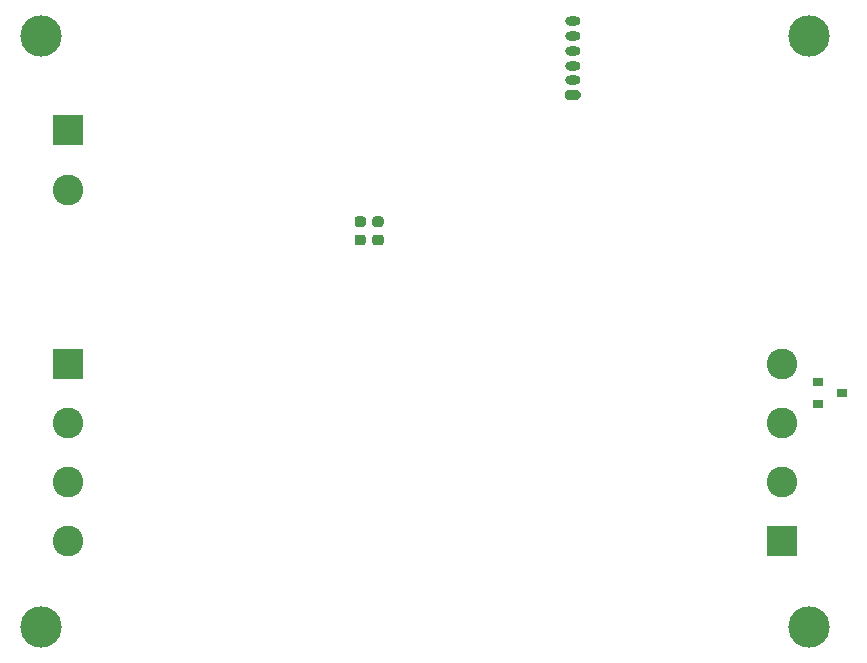
<source format=gbr>
%TF.GenerationSoftware,KiCad,Pcbnew,5.1.10-88a1d61d58~88~ubuntu20.04.1*%
%TF.CreationDate,2021-05-12T17:30:15+02:00*%
%TF.ProjectId,halfVoltageMosfetBoard,68616c66-566f-46c7-9461-67654d6f7366,rev?*%
%TF.SameCoordinates,Original*%
%TF.FileFunction,Soldermask,Bot*%
%TF.FilePolarity,Negative*%
%FSLAX46Y46*%
G04 Gerber Fmt 4.6, Leading zero omitted, Abs format (unit mm)*
G04 Created by KiCad (PCBNEW 5.1.10-88a1d61d58~88~ubuntu20.04.1) date 2021-05-12 17:30:15*
%MOMM*%
%LPD*%
G01*
G04 APERTURE LIST*
%ADD10R,2.600000X2.600000*%
%ADD11C,2.600000*%
%ADD12R,0.900000X0.800000*%
%ADD13C,3.500000*%
%ADD14O,1.300000X0.800000*%
G04 APERTURE END LIST*
D10*
%TO.C,J2*%
X195750000Y-132000000D03*
D11*
X195750000Y-127000000D03*
X195750000Y-122000000D03*
X195750000Y-117000000D03*
%TD*%
D12*
%TO.C,D3*%
X200750000Y-119500000D03*
X198750000Y-118550000D03*
X198750000Y-120450000D03*
%TD*%
D13*
%TO.C,H1*%
X198000000Y-139250000D03*
%TD*%
%TO.C,H2*%
X198000000Y-89250000D03*
%TD*%
%TO.C,H3*%
X133000000Y-139250000D03*
%TD*%
%TO.C,H4*%
X133000000Y-89250000D03*
%TD*%
D11*
%TO.C,J5*%
X135250000Y-102250000D03*
D10*
X135250000Y-97250000D03*
%TD*%
D14*
%TO.C,J_SWD1*%
X178000000Y-88000000D03*
X178000000Y-89250000D03*
X178000000Y-90500000D03*
X178000000Y-91750000D03*
X178000000Y-93000000D03*
G36*
G01*
X178450000Y-94650000D02*
X177550000Y-94650000D01*
G75*
G02*
X177350000Y-94450000I0J200000D01*
G01*
X177350000Y-94050000D01*
G75*
G02*
X177550000Y-93850000I200000J0D01*
G01*
X178450000Y-93850000D01*
G75*
G02*
X178650000Y-94050000I0J-200000D01*
G01*
X178650000Y-94450000D01*
G75*
G02*
X178450000Y-94650000I-200000J0D01*
G01*
G37*
%TD*%
%TO.C,C13*%
G36*
G01*
X161250000Y-106075000D02*
X161750000Y-106075000D01*
G75*
G02*
X161975000Y-106300000I0J-225000D01*
G01*
X161975000Y-106750000D01*
G75*
G02*
X161750000Y-106975000I-225000J0D01*
G01*
X161250000Y-106975000D01*
G75*
G02*
X161025000Y-106750000I0J225000D01*
G01*
X161025000Y-106300000D01*
G75*
G02*
X161250000Y-106075000I225000J0D01*
G01*
G37*
G36*
G01*
X161250000Y-104525000D02*
X161750000Y-104525000D01*
G75*
G02*
X161975000Y-104750000I0J-225000D01*
G01*
X161975000Y-105200000D01*
G75*
G02*
X161750000Y-105425000I-225000J0D01*
G01*
X161250000Y-105425000D01*
G75*
G02*
X161025000Y-105200000I0J225000D01*
G01*
X161025000Y-104750000D01*
G75*
G02*
X161250000Y-104525000I225000J0D01*
G01*
G37*
%TD*%
%TO.C,C14*%
G36*
G01*
X159750000Y-106075000D02*
X160250000Y-106075000D01*
G75*
G02*
X160475000Y-106300000I0J-225000D01*
G01*
X160475000Y-106750000D01*
G75*
G02*
X160250000Y-106975000I-225000J0D01*
G01*
X159750000Y-106975000D01*
G75*
G02*
X159525000Y-106750000I0J225000D01*
G01*
X159525000Y-106300000D01*
G75*
G02*
X159750000Y-106075000I225000J0D01*
G01*
G37*
G36*
G01*
X159750000Y-104525000D02*
X160250000Y-104525000D01*
G75*
G02*
X160475000Y-104750000I0J-225000D01*
G01*
X160475000Y-105200000D01*
G75*
G02*
X160250000Y-105425000I-225000J0D01*
G01*
X159750000Y-105425000D01*
G75*
G02*
X159525000Y-105200000I0J225000D01*
G01*
X159525000Y-104750000D01*
G75*
G02*
X159750000Y-104525000I225000J0D01*
G01*
G37*
%TD*%
D10*
%TO.C,J1*%
X135250000Y-117000000D03*
D11*
X135250000Y-122000000D03*
X135250000Y-127000000D03*
X135250000Y-132000000D03*
%TD*%
M02*

</source>
